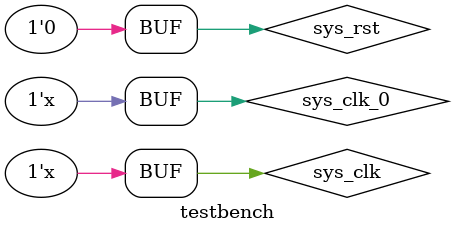
<source format=v>
module testbench();


parameter DATA_WIDTH = 64;
parameter ADDR_WIDTH = 64;
parameter MAIN_FRE   = 100; //unit MHz
reg                   sys_clk = 0;
reg                   sys_rst = 1;
reg                   sys_clk_0=0;
reg [DATA_WIDTH-1:0]  A = 0;
reg [ADDR_WIDTH-1:0]  B = 0;
reg   Ci = 0;

always begin
    #(500/MAIN_FRE) sys_clk = ~sys_clk;
end

always begin
    #(10000/MAIN_FRE) sys_clk_0 = ~sys_clk_0;
end

always begin
    #500 sys_rst = 0;
end

always @(posedge sys_clk) begin
    if (sys_rst) 
        A = 0;
    else      
        A = A + 1;
end
always @(posedge sys_clk_0) begin
    if (sys_rst) 
        B = 0;
    else      
        B = B + 1;
end

always @(posedge sys_clk) begin
    if (sys_rst) 
        Ci = 0;
    else      
        Ci = Ci + 1;
end


//Instance 
// outports wire
wire [64-1:0] 	S;
wire                  	Co;
wire                  	Gm;
wire                  	Pm;

CLA_64_32 u_CLA_64_32(
	.A  	( A   ),
	.B  	( B   ),
	.Ci 	( Ci  ),
	.S  	( S   ),
	.Co 	( Co  ),
	.Gm 	( Gm  ),
	.Pm 	( Pm  )
);

endmodule  //TOP




</source>
